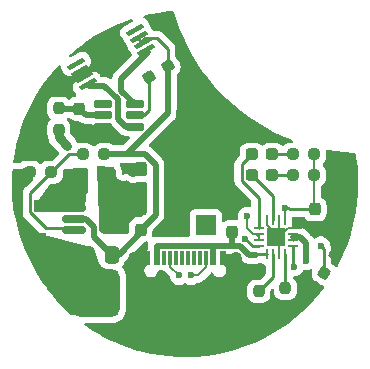
<source format=gbr>
%TF.GenerationSoftware,KiCad,Pcbnew,9.0.6*%
%TF.CreationDate,2026-01-04T02:45:31-08:00*%
%TF.ProjectId,flashlight adapter,666c6173-686c-4696-9768-742061646170,rev?*%
%TF.SameCoordinates,Original*%
%TF.FileFunction,Copper,L1,Top*%
%TF.FilePolarity,Positive*%
%FSLAX46Y46*%
G04 Gerber Fmt 4.6, Leading zero omitted, Abs format (unit mm)*
G04 Created by KiCad (PCBNEW 9.0.6) date 2026-01-04 02:45:31*
%MOMM*%
%LPD*%
G01*
G04 APERTURE LIST*
G04 Aperture macros list*
%AMRoundRect*
0 Rectangle with rounded corners*
0 $1 Rounding radius*
0 $2 $3 $4 $5 $6 $7 $8 $9 X,Y pos of 4 corners*
0 Add a 4 corners polygon primitive as box body*
4,1,4,$2,$3,$4,$5,$6,$7,$8,$9,$2,$3,0*
0 Add four circle primitives for the rounded corners*
1,1,$1+$1,$2,$3*
1,1,$1+$1,$4,$5*
1,1,$1+$1,$6,$7*
1,1,$1+$1,$8,$9*
0 Add four rect primitives between the rounded corners*
20,1,$1+$1,$2,$3,$4,$5,0*
20,1,$1+$1,$4,$5,$6,$7,0*
20,1,$1+$1,$6,$7,$8,$9,0*
20,1,$1+$1,$8,$9,$2,$3,0*%
G04 Aperture macros list end*
%TA.AperFunction,SMDPad,CuDef*%
%ADD10RoundRect,0.062500X0.375000X0.062500X-0.375000X0.062500X-0.375000X-0.062500X0.375000X-0.062500X0*%
%TD*%
%TA.AperFunction,SMDPad,CuDef*%
%ADD11RoundRect,0.062500X0.062500X0.375000X-0.062500X0.375000X-0.062500X-0.375000X0.062500X-0.375000X0*%
%TD*%
%TA.AperFunction,HeatsinkPad*%
%ADD12C,0.508000*%
%TD*%
%TA.AperFunction,HeatsinkPad*%
%ADD13R,1.600000X1.600000*%
%TD*%
%TA.AperFunction,SMDPad,CuDef*%
%ADD14RoundRect,0.050000X-0.557199X-0.494904X0.707199X0.235096X0.557199X0.494904X-0.707199X-0.235096X0*%
%TD*%
%TA.AperFunction,ComponentPad*%
%ADD15O,1.000000X1.800000*%
%TD*%
%TA.AperFunction,ComponentPad*%
%ADD16O,1.000000X2.100000*%
%TD*%
%TA.AperFunction,SMDPad,CuDef*%
%ADD17R,0.300000X1.150000*%
%TD*%
%TA.AperFunction,SMDPad,CuDef*%
%ADD18R,0.600000X1.150000*%
%TD*%
%TA.AperFunction,SMDPad,CuDef*%
%ADD19RoundRect,0.450000X1.838478X0.353553X0.353553X1.838478X-1.838478X-0.353553X-0.353553X-1.838478X0*%
%TD*%
%TA.AperFunction,SMDPad,CuDef*%
%ADD20RoundRect,0.237500X-0.287500X-0.237500X0.287500X-0.237500X0.287500X0.237500X-0.287500X0.237500X0*%
%TD*%
%TA.AperFunction,SMDPad,CuDef*%
%ADD21RoundRect,0.237500X-0.250000X-0.237500X0.250000X-0.237500X0.250000X0.237500X-0.250000X0.237500X0*%
%TD*%
%TA.AperFunction,SMDPad,CuDef*%
%ADD22RoundRect,0.162500X0.617500X0.162500X-0.617500X0.162500X-0.617500X-0.162500X0.617500X-0.162500X0*%
%TD*%
%TA.AperFunction,SMDPad,CuDef*%
%ADD23RoundRect,0.237500X-0.237500X0.300000X-0.237500X-0.300000X0.237500X-0.300000X0.237500X0.300000X0*%
%TD*%
%TA.AperFunction,SMDPad,CuDef*%
%ADD24RoundRect,0.237500X0.237500X-0.300000X0.237500X0.300000X-0.237500X0.300000X-0.237500X-0.300000X0*%
%TD*%
%TA.AperFunction,SMDPad,CuDef*%
%ADD25RoundRect,0.237500X-0.237500X0.250000X-0.237500X-0.250000X0.237500X-0.250000X0.237500X0.250000X0*%
%TD*%
%TA.AperFunction,SMDPad,CuDef*%
%ADD26RoundRect,0.237500X0.237500X-0.250000X0.237500X0.250000X-0.237500X0.250000X-0.237500X-0.250000X0*%
%TD*%
%TA.AperFunction,SMDPad,CuDef*%
%ADD27RoundRect,0.237500X0.080681X-0.335256X0.330681X0.097756X-0.080681X0.335256X-0.330681X-0.097756X0*%
%TD*%
%TA.AperFunction,SMDPad,CuDef*%
%ADD28RoundRect,0.237500X-0.097756X-0.330681X0.335256X-0.080681X0.097756X0.330681X-0.335256X0.080681X0*%
%TD*%
%TA.AperFunction,SMDPad,CuDef*%
%ADD29RoundRect,0.162500X-0.837500X-0.162500X0.837500X-0.162500X0.837500X0.162500X-0.837500X0.162500X0*%
%TD*%
%TA.AperFunction,SMDPad,CuDef*%
%ADD30RoundRect,0.250000X0.300000X-0.300000X0.300000X0.300000X-0.300000X0.300000X-0.300000X-0.300000X0*%
%TD*%
%TA.AperFunction,ComponentPad*%
%ADD31C,1.700000*%
%TD*%
%TA.AperFunction,ComponentPad*%
%ADD32R,1.700000X1.700000*%
%TD*%
%TA.AperFunction,SMDPad,CuDef*%
%ADD33RoundRect,0.250001X0.462499X0.849999X-0.462499X0.849999X-0.462499X-0.849999X0.462499X-0.849999X0*%
%TD*%
%TA.AperFunction,SMDPad,CuDef*%
%ADD34RoundRect,0.250000X-0.337500X-0.475000X0.337500X-0.475000X0.337500X0.475000X-0.337500X0.475000X0*%
%TD*%
%TA.AperFunction,SMDPad,CuDef*%
%ADD35RoundRect,0.600000X-1.400000X-1.400000X1.400000X-1.400000X1.400000X1.400000X-1.400000X1.400000X0*%
%TD*%
%TA.AperFunction,ViaPad*%
%ADD36C,0.600000*%
%TD*%
%TA.AperFunction,Conductor*%
%ADD37C,0.152400*%
%TD*%
%TA.AperFunction,Conductor*%
%ADD38C,0.200000*%
%TD*%
%TA.AperFunction,Conductor*%
%ADD39C,0.254000*%
%TD*%
%TA.AperFunction,Conductor*%
%ADD40C,0.508000*%
%TD*%
%TA.AperFunction,Conductor*%
%ADD41C,0.500000*%
%TD*%
%TA.AperFunction,Conductor*%
%ADD42C,0.762000*%
%TD*%
G04 APERTURE END LIST*
D10*
%TO.P,U1,1,TS*%
%TO.N,/TS*%
X154625000Y-98750000D03*
%TO.P,U1,2,BAT*%
%TO.N,/BAT*%
X154625000Y-98250000D03*
%TO.P,U1,3,BAT*%
X154625000Y-97750000D03*
%TO.P,U1,4,~{CE}*%
%TO.N,GND*%
X154625000Y-97250000D03*
D11*
%TO.P,U1,5,EN2*%
%TO.N,/EN2*%
X153937500Y-96562500D03*
%TO.P,U1,6,EN1*%
%TO.N,GND*%
X153437500Y-96562500D03*
%TO.P,U1,7,~{PGOOD}*%
%TO.N,Net-(D1-K)*%
X152937500Y-96562500D03*
%TO.P,U1,8,VSS*%
%TO.N,GND*%
X152437500Y-96562500D03*
D10*
%TO.P,U1,9,~{CHG}*%
%TO.N,Net-(D2-K)*%
X151750000Y-97250000D03*
%TO.P,U1,10,OUT*%
%TO.N,/EN2*%
X151750000Y-97750000D03*
%TO.P,U1,11,OUT*%
X151750000Y-98250000D03*
%TO.P,U1,12,ILIM*%
%TO.N,Net-(U1-ILIM)*%
X151750000Y-98750000D03*
D11*
%TO.P,U1,13,IN*%
%TO.N,/VBUS*%
X152437500Y-99437500D03*
%TO.P,U1,14,TMR*%
%TO.N,Net-(U1-TMR)*%
X152937500Y-99437500D03*
%TO.P,U1,15,ITERM*%
%TO.N,GND*%
X153437500Y-99437500D03*
%TO.P,U1,16,ISET*%
%TO.N,Net-(U1-ISET)*%
X153937500Y-99437500D03*
D12*
%TO.P,U1,17,VSS*%
%TO.N,GND*%
X153687500Y-98500000D03*
X153687500Y-97500000D03*
D13*
X153187500Y-98000000D03*
D12*
X152687500Y-98500000D03*
X152687500Y-97500000D03*
%TD*%
D14*
%TO.P,Q1,1*%
%TO.N,unconnected-(Q1-Pad1)*%
X136268347Y-83345625D03*
%TO.P,Q1,2*%
%TO.N,GND*%
X136593347Y-83908542D03*
%TO.P,Q1,3*%
X136918347Y-84471458D03*
%TO.P,Q1,4*%
%TO.N,Net-(U2-OD)*%
X137243347Y-85034375D03*
%TO.P,Q1,5*%
%TO.N,Net-(U2-OC)*%
X142231653Y-82154375D03*
%TO.P,Q1,6*%
%TO.N,/P-*%
X141906653Y-81591458D03*
%TO.P,Q1,7*%
X141581653Y-81028542D03*
%TO.P,Q1,8*%
%TO.N,unconnected-(Q1-Pad1)_1*%
X141256653Y-80465625D03*
%TD*%
D15*
%TO.P,J1,SH4,SHELL_GND__3*%
%TO.N,GND*%
X149820000Y-104500000D03*
%TO.P,J1,SH3,SHELL_GND__2*%
X141180000Y-104500000D03*
D16*
%TO.P,J1,SH2,SHELL_GND__1*%
X149820000Y-100320000D03*
%TO.P,J1,SH1,SHELL_GND*%
X141180000Y-100320000D03*
D17*
%TO.P,J1,B8,SBU2*%
%TO.N,unconnected-(J1-SBU2-PadB8)*%
X143750000Y-99745000D03*
%TO.P,J1,B7,DN2*%
%TO.N,unconnected-(J1-DN2-PadB7)*%
X144750000Y-99745000D03*
%TO.P,J1,B6,DP2*%
%TO.N,unconnected-(J1-DP2-PadB6)*%
X146250000Y-99745000D03*
%TO.P,J1,B5,CC2*%
%TO.N,Net-(J1-CC2)*%
X147250000Y-99745000D03*
D18*
%TO.P,J1,B4_A9,VBUS__1*%
%TO.N,/VBUS*%
X147900000Y-99745000D03*
%TO.P,J1,B1_A12,GND__1*%
%TO.N,GND*%
X148700000Y-99745000D03*
D17*
%TO.P,J1,A8,SBU1*%
%TO.N,unconnected-(J1-SBU1-PadA8)*%
X146750000Y-99745000D03*
%TO.P,J1,A7,DN1*%
%TO.N,unconnected-(J1-DN1-PadA7)*%
X145750000Y-99745000D03*
%TO.P,J1,A6,DP1*%
%TO.N,unconnected-(J1-DP1-PadA6)*%
X145250000Y-99745000D03*
%TO.P,J1,A5,CC1*%
%TO.N,Net-(J1-CC1)*%
X144250000Y-99745000D03*
D18*
%TO.P,J1,A4_B9,VBUS*%
%TO.N,/VBUS*%
X143100000Y-99745000D03*
%TO.P,J1,A1_B12,GND*%
%TO.N,GND*%
X142300000Y-99745000D03*
%TD*%
D19*
%TO.P,BT-1,1,1*%
%TO.N,GND*%
X147500000Y-88000000D03*
%TD*%
D20*
%TO.P,D2,2,A*%
%TO.N,Net-(D2-A)*%
X152893750Y-91000000D03*
%TO.P,D2,1,K*%
%TO.N,Net-(D2-K)*%
X151143750Y-91000000D03*
%TD*%
%TO.P,D1,2,A*%
%TO.N,Net-(D1-A)*%
X152893750Y-92750000D03*
%TO.P,D1,1,K*%
%TO.N,Net-(D1-K)*%
X151143750Y-92750000D03*
%TD*%
D21*
%TO.P,R7,2*%
%TO.N,/EN2*%
X156431250Y-91000000D03*
%TO.P,R7,1*%
%TO.N,Net-(D2-A)*%
X154606250Y-91000000D03*
%TD*%
%TO.P,R6,1*%
%TO.N,Net-(D1-A)*%
X154606250Y-92750000D03*
%TO.P,R6,2*%
%TO.N,/EN2*%
X156431250Y-92750000D03*
%TD*%
D22*
%TO.P,U2,1,OD*%
%TO.N,Net-(U2-OD)*%
X141250000Y-88650000D03*
%TO.P,U2,2,CS*%
%TO.N,Net-(U2-CS)*%
X141250000Y-87700000D03*
%TO.P,U2,3,OC*%
%TO.N,Net-(U2-OC)*%
X141250000Y-86750000D03*
%TO.P,U2,4,TD*%
%TO.N,unconnected-(U2-TD-Pad4)*%
X138550000Y-86750000D03*
%TO.P,U2,5,VCC*%
%TO.N,Net-(U2-VCC)*%
X138550000Y-87700000D03*
%TO.P,U2,6,GND*%
%TO.N,GND*%
X138550000Y-88650000D03*
%TD*%
D21*
%TO.P,R11,1*%
%TO.N,Net-(U3-FB)*%
X136837500Y-91000000D03*
%TO.P,R11,2*%
%TO.N,/P-*%
X138662500Y-91000000D03*
%TD*%
%TO.P,R10,1*%
%TO.N,Net-(D3-K)*%
X132337500Y-92500000D03*
%TO.P,R10,2*%
%TO.N,Net-(U3-FB)*%
X134162500Y-92500000D03*
%TD*%
D23*
%TO.P,C4,2*%
%TO.N,GND*%
X136540000Y-88862500D03*
%TO.P,C4,1*%
%TO.N,Net-(U2-VCC)*%
X136540000Y-87137500D03*
%TD*%
D24*
%TO.P,C1,2*%
%TO.N,GND*%
X141750000Y-92137500D03*
%TO.P,C1,1*%
%TO.N,/BAT*%
X141750000Y-93862500D03*
%TD*%
%TO.P,C2,2*%
%TO.N,GND*%
X149500000Y-95887500D03*
%TO.P,C2,1*%
%TO.N,/VBUS*%
X149500000Y-97612500D03*
%TD*%
D23*
%TO.P,C3,2*%
%TO.N,GND*%
X156500000Y-97362500D03*
%TO.P,C3,1*%
%TO.N,/EN2*%
X156500000Y-95637500D03*
%TD*%
%TO.P,C5,2*%
%TO.N,/P-*%
X141750000Y-97362500D03*
%TO.P,C5,1*%
%TO.N,/BAT*%
X141750000Y-95637500D03*
%TD*%
D25*
%TO.P,R4,2*%
%TO.N,GND*%
X154000000Y-104162500D03*
%TO.P,R4,1*%
%TO.N,Net-(U1-ISET)*%
X154000000Y-102337500D03*
%TD*%
%TO.P,R2,2*%
%TO.N,GND*%
X151750000Y-104412500D03*
%TO.P,R2,1*%
%TO.N,Net-(U1-TMR)*%
X151750000Y-102587500D03*
%TD*%
D26*
%TO.P,R8,2*%
%TO.N,Net-(U2-VCC)*%
X134790000Y-87087500D03*
%TO.P,R8,1*%
%TO.N,/BAT*%
X134790000Y-88912500D03*
%TD*%
D27*
%TO.P,R3,2*%
%TO.N,GND*%
X158206250Y-99459752D03*
%TO.P,R3,1*%
%TO.N,Net-(U1-ILIM)*%
X157293750Y-101040248D03*
%TD*%
D28*
%TO.P,R9,2*%
%TO.N,/P-*%
X144040249Y-83543750D03*
%TO.P,R9,1*%
%TO.N,Net-(U2-CS)*%
X142459751Y-84456250D03*
%TD*%
D29*
%TO.P,U3,5,VIN*%
%TO.N,/BAT*%
X139500000Y-95500000D03*
%TO.P,U3,4,EN*%
X139500000Y-97400000D03*
%TO.P,U3,3,FB*%
%TO.N,Net-(U3-FB)*%
X136080000Y-97400000D03*
%TO.P,U3,2,GND*%
%TO.N,/P-*%
X136080000Y-96450000D03*
%TO.P,U3,1,SW*%
%TO.N,Net-(D3-A)*%
X136080000Y-95500000D03*
%TD*%
D30*
%TO.P,D3,1,K*%
%TO.N,Net-(D3-K)*%
X133250000Y-98149999D03*
%TO.P,D3,2,A*%
%TO.N,Net-(D3-A)*%
X133250000Y-95350001D03*
%TD*%
D31*
%TO.P,TH1,2*%
%TO.N,GND*%
X144710000Y-97000000D03*
D32*
%TO.P,TH1,1*%
%TO.N,/TS*%
X147250000Y-97000000D03*
%TD*%
D33*
%TO.P,L1,1,1*%
%TO.N,/BAT*%
X138912500Y-93250000D03*
%TO.P,L1,2,2*%
%TO.N,Net-(D3-A)*%
X136587500Y-93250000D03*
%TD*%
D34*
%TO.P,C6,1*%
%TO.N,Net-(D3-K)*%
X137212500Y-99500000D03*
%TO.P,C6,2*%
%TO.N,/P-*%
X139287500Y-99500000D03*
%TD*%
D35*
%TO.P,9V+1,1,1*%
%TO.N,Net-(D3-K)*%
X138000000Y-102750000D03*
%TD*%
D36*
%TO.N,GND*%
X158700000Y-95100000D03*
X158800000Y-93500000D03*
X158700000Y-91900000D03*
X142900000Y-90200000D03*
X140600000Y-92100000D03*
X138800000Y-89600000D03*
X138000000Y-89600000D03*
X135500000Y-84750000D03*
X145000000Y-87500000D03*
X145500000Y-87000000D03*
X146000000Y-86500000D03*
X146500000Y-86000000D03*
X147000000Y-85500000D03*
X148750000Y-89750000D03*
X149250000Y-89250000D03*
X149750000Y-88750000D03*
X152860000Y-105000000D03*
X152860000Y-104180000D03*
X158750000Y-98500000D03*
X146100000Y-106250000D03*
X143700000Y-106250000D03*
X142500000Y-106250000D03*
X144900000Y-106250000D03*
X147300000Y-106250000D03*
X148500000Y-106250000D03*
X147500000Y-95300000D03*
X146750000Y-95300000D03*
X146000000Y-95300000D03*
X145250000Y-95300000D03*
X144500000Y-95300000D03*
X133250000Y-89250000D03*
X132250000Y-89250000D03*
X132250000Y-90250000D03*
X133250000Y-90250000D03*
%TO.N,/TS*%
X154750000Y-100500000D03*
%TO.N,/BAT*%
X155750000Y-100000000D03*
X140000000Y-96500000D03*
X135500000Y-90250000D03*
X140500000Y-94250000D03*
X140500000Y-93500000D03*
%TO.N,Net-(U1-ILIM)*%
X150596002Y-98133876D03*
X157000000Y-98750000D03*
%TO.N,/EN2*%
X153937500Y-95500000D03*
X150750000Y-96250000D03*
%TO.N,Net-(J1-CC2)*%
X146000000Y-101250000D03*
%TO.N,Net-(J1-CC1)*%
X145000000Y-101250000D03*
%TD*%
D37*
%TO.N,GND*%
X153437500Y-97750000D02*
X153187500Y-98000000D01*
X153437500Y-96562500D02*
X153437500Y-97750000D01*
X153437500Y-98250000D02*
X153187500Y-98000000D01*
X153437500Y-99437500D02*
X153437500Y-98250000D01*
D38*
%TO.N,/EN2*%
X156431250Y-95568750D02*
X156500000Y-95637500D01*
X156431250Y-92750000D02*
X156431250Y-95568750D01*
D39*
X154387500Y-95637500D02*
X156500000Y-95637500D01*
X154250000Y-95500000D02*
X154387500Y-95637500D01*
X153937500Y-95500000D02*
X154250000Y-95500000D01*
D38*
X153937500Y-95500000D02*
X153937500Y-96562500D01*
D37*
%TO.N,GND*%
X154625000Y-96375000D02*
X154625000Y-97250000D01*
X154675000Y-97200000D02*
X155300000Y-97200000D01*
X154625000Y-97250000D02*
X154675000Y-97200000D01*
X155250000Y-97250000D02*
X155300000Y-97200000D01*
X155050000Y-96850000D02*
X155100000Y-96800000D01*
X155300000Y-97200000D02*
X155400000Y-97100000D01*
X154625000Y-97250000D02*
X155250000Y-97250000D01*
X154650000Y-97250000D02*
X155050000Y-96850000D01*
X154625000Y-97250000D02*
X154650000Y-97250000D01*
X154187501Y-97250000D02*
X153437501Y-98000000D01*
X153437501Y-98000000D02*
X153187500Y-98000000D01*
X154625000Y-97250000D02*
X154187501Y-97250000D01*
X153187500Y-97749999D02*
X153187500Y-98000000D01*
X152437500Y-96999999D02*
X153187500Y-97749999D01*
X152437500Y-96562500D02*
X152437500Y-96999999D01*
D39*
%TO.N,/TS*%
X154625000Y-100375000D02*
X154750000Y-100500000D01*
X154625000Y-98750000D02*
X154625000Y-100375000D01*
D40*
%TO.N,/BAT*%
X155750000Y-98524308D02*
X155750000Y-100000000D01*
X155225692Y-98000000D02*
X155750000Y-98524308D01*
X154625000Y-98000000D02*
X155225692Y-98000000D01*
D39*
X154625000Y-98000000D02*
X154625000Y-97750000D01*
%TO.N,Net-(U1-ILIM)*%
X157250000Y-99000000D02*
X157250000Y-100662500D01*
X157000000Y-98750000D02*
X157250000Y-99000000D01*
X157250000Y-100662500D02*
X157000000Y-100912500D01*
%TO.N,/BAT*%
X154625000Y-98250000D02*
X154625000Y-98000000D01*
D40*
%TO.N,/P-*%
X143000000Y-91864076D02*
X143000000Y-96112500D01*
X142135924Y-91000000D02*
X143000000Y-91864076D01*
X143000000Y-96112500D02*
X141750000Y-97362500D01*
X140000000Y-91000000D02*
X142135924Y-91000000D01*
X140000000Y-91000000D02*
X138662500Y-91000000D01*
X144040249Y-87517531D02*
X140557780Y-91000000D01*
X144040249Y-83543750D02*
X144040249Y-87517531D01*
X140557780Y-91000000D02*
X140000000Y-91000000D01*
D41*
X139287500Y-99500000D02*
X139887500Y-99500000D01*
X139887500Y-99500000D02*
X141887500Y-97500000D01*
D42*
%TO.N,/BAT*%
X134790000Y-89540000D02*
X135500000Y-90250000D01*
X134790000Y-88912500D02*
X134790000Y-89540000D01*
D40*
%TO.N,Net-(U2-VCC)*%
X134840000Y-87137500D02*
X134790000Y-87087500D01*
X136540000Y-87137500D02*
X134840000Y-87137500D01*
X137102500Y-87700000D02*
X136540000Y-87137500D01*
X138550000Y-87700000D02*
X137102500Y-87700000D01*
D39*
%TO.N,Net-(U1-ILIM)*%
X151212126Y-98750000D02*
X151750000Y-98750000D01*
X150596002Y-98133876D02*
X151212126Y-98750000D01*
D38*
%TO.N,/EN2*%
X151500000Y-97750000D02*
X151750000Y-98000000D01*
X151250000Y-97750000D02*
X151500000Y-97750000D01*
X150750000Y-97250000D02*
X151250000Y-97750000D01*
X150750000Y-96250000D02*
X150750000Y-97250000D01*
X151750000Y-98000000D02*
X151750000Y-98250000D01*
D40*
%TO.N,/VBUS*%
X149500000Y-98715000D02*
X147945000Y-98715000D01*
D39*
%TO.N,Net-(D2-K)*%
X150290750Y-91853000D02*
X151143750Y-91000000D01*
X151750000Y-94687570D02*
X150290750Y-93228320D01*
X151750000Y-97250000D02*
X151750000Y-94687570D01*
X150290750Y-93228320D02*
X150290750Y-91853000D01*
%TO.N,Net-(D1-K)*%
X152937500Y-94543750D02*
X151143750Y-92750000D01*
X152937500Y-96562500D02*
X152937500Y-94543750D01*
%TO.N,Net-(U2-CS)*%
X142459751Y-87270248D02*
X142029999Y-87700000D01*
X142029999Y-87700000D02*
X141250000Y-87700000D01*
X142459751Y-84456250D02*
X142459751Y-87270248D01*
%TO.N,/P-*%
X142096071Y-81153929D02*
X141782598Y-81467402D01*
X143153929Y-81153929D02*
X142096071Y-81153929D01*
X144040249Y-83543750D02*
X144040249Y-82040249D01*
X144040249Y-82040249D02*
X143153929Y-81153929D01*
X141581654Y-81266459D02*
X141782598Y-81467402D01*
D40*
%TO.N,Net-(U2-OC)*%
X141250000Y-86750000D02*
X140092580Y-85592580D01*
X140092580Y-85592580D02*
X140092580Y-84592580D01*
X140092580Y-84592580D02*
X142381219Y-82303941D01*
%TO.N,Net-(U2-OD)*%
X138641721Y-85183941D02*
X137392912Y-85183941D01*
X139785000Y-86327220D02*
X138641721Y-85183941D01*
X139785000Y-87964999D02*
X139785000Y-86327220D01*
X140470001Y-88650000D02*
X139785000Y-87964999D01*
X141250000Y-88650000D02*
X140470001Y-88650000D01*
D39*
%TO.N,/P-*%
X141782598Y-81467402D02*
X141906653Y-81591458D01*
X141581654Y-81028542D02*
X141581654Y-81266459D01*
D40*
%TO.N,/VBUS*%
X143100000Y-98760000D02*
X143100000Y-99745000D01*
X143145000Y-98715000D02*
X143100000Y-98760000D01*
X147945000Y-98715000D02*
X143145000Y-98715000D01*
D38*
%TO.N,Net-(J1-CC2)*%
X146572000Y-101250000D02*
X146000000Y-101250000D01*
X147250000Y-100572000D02*
X146572000Y-101250000D01*
X147250000Y-99745000D02*
X147250000Y-100572000D01*
%TO.N,Net-(J1-CC1)*%
X144250000Y-100500000D02*
X145000000Y-101250000D01*
X144250000Y-99745000D02*
X144250000Y-100500000D01*
D39*
%TO.N,Net-(D2-A)*%
X154606250Y-91000000D02*
X152893750Y-91000000D01*
%TO.N,Net-(D1-A)*%
X154606250Y-92750000D02*
X152893750Y-92750000D01*
D38*
%TO.N,/EN2*%
X156431250Y-92750000D02*
X156431250Y-91000000D01*
X151750000Y-97750000D02*
X151750000Y-98000000D01*
D39*
%TO.N,Net-(U1-ISET)*%
X154000000Y-99500000D02*
X153937500Y-99437500D01*
X154000000Y-102337500D02*
X154000000Y-99500000D01*
%TO.N,Net-(U1-TMR)*%
X151750000Y-102587500D02*
X152937500Y-101400000D01*
X152937500Y-101400000D02*
X152937500Y-99437500D01*
%TO.N,GND*%
X136593347Y-84146459D02*
X136918346Y-84471458D01*
X136593347Y-83908542D02*
X136593347Y-84146459D01*
D40*
%TO.N,/VBUS*%
X147900000Y-98760000D02*
X147900000Y-99745000D01*
X147945000Y-98715000D02*
X147900000Y-98760000D01*
X150900574Y-99500000D02*
X150115574Y-98715000D01*
X150115574Y-98715000D02*
X149500000Y-98715000D01*
X151500000Y-99500000D02*
X150900574Y-99500000D01*
D39*
X151562500Y-99437500D02*
X151500000Y-99500000D01*
X152437500Y-99437500D02*
X151562500Y-99437500D01*
D40*
%TO.N,Net-(D3-K)*%
X138000000Y-100287500D02*
X137212500Y-99500000D01*
X138000000Y-102750000D02*
X138000000Y-100287500D01*
D39*
%TO.N,Net-(U3-FB)*%
X135662500Y-91000000D02*
X134162500Y-92500000D01*
X136837500Y-91000000D02*
X135662500Y-91000000D01*
X135930000Y-97250000D02*
X136080000Y-97400000D01*
X132372000Y-95896343D02*
X133725657Y-97250000D01*
X133725657Y-97250000D02*
X135930000Y-97250000D01*
X132372000Y-94290500D02*
X132372000Y-95896343D01*
X134162500Y-92500000D02*
X132372000Y-94290500D01*
D40*
%TO.N,Net-(D3-K)*%
X131500000Y-96399999D02*
X133250000Y-98149999D01*
X131500000Y-93337500D02*
X131500000Y-96399999D01*
X132337500Y-92500000D02*
X131500000Y-93337500D01*
X134600001Y-99500000D02*
X133250000Y-98149999D01*
X137212500Y-99500000D02*
X134600001Y-99500000D01*
D41*
%TO.N,/P-*%
X137799000Y-97169001D02*
X137799000Y-98011500D01*
X137079999Y-96450000D02*
X137799000Y-97169001D01*
X137799000Y-98011500D02*
X139287500Y-99500000D01*
X136080000Y-96450000D02*
X137079999Y-96450000D01*
%TO.N,Net-(D3-A)*%
X135979999Y-95600001D02*
X136080000Y-95500000D01*
X133500000Y-95600001D02*
X135979999Y-95600001D01*
X136587500Y-93250000D02*
X136587500Y-94992500D01*
X136587500Y-94992500D02*
X136080000Y-95500000D01*
%TO.N,/BAT*%
X138500000Y-95500000D02*
X138500000Y-93837500D01*
X138500000Y-95500000D02*
X138500000Y-97400000D01*
D40*
%TO.N,/VBUS*%
X149500000Y-98715000D02*
X149500000Y-97612500D01*
%TD*%
%TA.AperFunction,Conductor*%
%TO.N,/BAT*%
G36*
X139413833Y-92078546D02*
G01*
X139479678Y-92101919D01*
X139520682Y-92152938D01*
X139545030Y-92208973D01*
X139590947Y-92283416D01*
X139603113Y-92309506D01*
X139613470Y-92340762D01*
X139619121Y-92367151D01*
X139619357Y-92369459D01*
X139620000Y-92382073D01*
X139620000Y-92607205D01*
X139620182Y-92620787D01*
X139620360Y-92627412D01*
X139620901Y-92640900D01*
X139648969Y-92782013D01*
X139648973Y-92782028D01*
X139671850Y-92846878D01*
X139672164Y-92847792D01*
X139672211Y-92847904D01*
X139672216Y-92847913D01*
X139737121Y-92971995D01*
X139738907Y-92975408D01*
X139837534Y-93077620D01*
X139838811Y-93078943D01*
X139838815Y-93078946D01*
X139893306Y-93121277D01*
X139893918Y-93121759D01*
X139893989Y-93121808D01*
X139893993Y-93121810D01*
X140019023Y-93193006D01*
X140159048Y-93226093D01*
X140228640Y-93232320D01*
X140372309Y-93224619D01*
X140458960Y-93207383D01*
X140483151Y-93205000D01*
X140516842Y-93205000D01*
X140541027Y-93207381D01*
X140574079Y-93213956D01*
X140597325Y-93221006D01*
X140628458Y-93233902D01*
X140649883Y-93245354D01*
X140692913Y-93274106D01*
X140702702Y-93281369D01*
X140717373Y-93293418D01*
X140729608Y-93302502D01*
X140757070Y-93322891D01*
X140840120Y-93362697D01*
X140886813Y-93385077D01*
X140886821Y-93385079D01*
X140886827Y-93385082D01*
X140953471Y-93406001D01*
X140953474Y-93406001D01*
X140953476Y-93406002D01*
X140953480Y-93406003D01*
X141095492Y-93429117D01*
X141238263Y-93411285D01*
X141305656Y-93392847D01*
X141305661Y-93392846D01*
X141367143Y-93366133D01*
X141368347Y-93365641D01*
X141368695Y-93365604D01*
X141376293Y-93362702D01*
X141455814Y-93336350D01*
X141482337Y-93330688D01*
X141482929Y-93330627D01*
X141495387Y-93330000D01*
X142004602Y-93330000D01*
X142007625Y-93330037D01*
X142012429Y-93330154D01*
X142057523Y-93334761D01*
X142121117Y-93332804D01*
X142124523Y-93332888D01*
X142154670Y-93342544D01*
X142185299Y-93350523D01*
X142187695Y-93353122D01*
X142191063Y-93354201D01*
X142211200Y-93378619D01*
X142232657Y-93401894D01*
X142233551Y-93405721D01*
X142235517Y-93408105D01*
X142236977Y-93420382D01*
X142245500Y-93456851D01*
X142245500Y-95748612D01*
X142225815Y-95815651D01*
X142209181Y-95836293D01*
X141757292Y-96288181D01*
X141695969Y-96321666D01*
X141669612Y-96324500D01*
X141463331Y-96324500D01*
X141463312Y-96324501D01*
X141362247Y-96334825D01*
X141198484Y-96389092D01*
X141198481Y-96389093D01*
X141051648Y-96479661D01*
X140929661Y-96601648D01*
X140839093Y-96748481D01*
X140839092Y-96748484D01*
X140784826Y-96912247D01*
X140784826Y-96912248D01*
X140784825Y-96912248D01*
X140774500Y-97013315D01*
X140774500Y-97500269D01*
X140765855Y-97529709D01*
X140759332Y-97559696D01*
X140755577Y-97564711D01*
X140754815Y-97567308D01*
X140738181Y-97587950D01*
X140612450Y-97713681D01*
X140551127Y-97747166D01*
X140524769Y-97750000D01*
X140500000Y-97750000D01*
X138673500Y-97750000D01*
X138606461Y-97730315D01*
X138560706Y-97677511D01*
X138549500Y-97626000D01*
X138549500Y-97095080D01*
X138520659Y-96950093D01*
X138520658Y-96950092D01*
X138520658Y-96950088D01*
X138514587Y-96935432D01*
X138464086Y-96813509D01*
X138417054Y-96743120D01*
X138393543Y-96707933D01*
X138381952Y-96690585D01*
X138238032Y-96546665D01*
X138236916Y-96545489D01*
X138221692Y-96515786D01*
X138205695Y-96486490D01*
X138205359Y-96483920D01*
X138205047Y-96483311D01*
X138205146Y-96482291D01*
X138202989Y-96465763D01*
X138199504Y-96389092D01*
X138006229Y-92137047D01*
X138022849Y-92069184D01*
X138073521Y-92021079D01*
X138136975Y-92007609D01*
X139413833Y-92078546D01*
G37*
%TD.AperFunction*%
%TD*%
%TA.AperFunction,Conductor*%
%TO.N,GND*%
G36*
X142272642Y-98359100D02*
G01*
X142296590Y-98358276D01*
X142306563Y-98364211D01*
X142318038Y-98365940D01*
X142336039Y-98381752D01*
X142356632Y-98394007D01*
X142361813Y-98404391D01*
X142370532Y-98412050D01*
X142377127Y-98435086D01*
X142387825Y-98456527D01*
X142386575Y-98468083D01*
X142389764Y-98479221D01*
X142384506Y-98514121D01*
X142382710Y-98520085D01*
X142374495Y-98539920D01*
X142371280Y-98556083D01*
X142370118Y-98561921D01*
X142370116Y-98561930D01*
X142345499Y-98685685D01*
X142345499Y-98840425D01*
X142345500Y-98840446D01*
X142345500Y-98933995D01*
X142337682Y-98977328D01*
X142305908Y-99062517D01*
X142299501Y-99122116D01*
X142299500Y-99122135D01*
X142299500Y-100265443D01*
X142279815Y-100332482D01*
X142261278Y-100352634D01*
X142262382Y-100353738D01*
X142149485Y-100466635D01*
X142073719Y-100597863D01*
X142034500Y-100744234D01*
X142034500Y-100895765D01*
X142073719Y-101042136D01*
X142091679Y-101073243D01*
X142149485Y-101173365D01*
X142256635Y-101280515D01*
X142387865Y-101356281D01*
X142534234Y-101395500D01*
X142534236Y-101395500D01*
X142685764Y-101395500D01*
X142685766Y-101395500D01*
X142832135Y-101356281D01*
X142963365Y-101280515D01*
X143070515Y-101173365D01*
X143146281Y-101042135D01*
X143181041Y-100912404D01*
X143194771Y-100889879D01*
X143205138Y-100865621D01*
X143212669Y-100860515D01*
X143217406Y-100852745D01*
X143241136Y-100841217D01*
X143262972Y-100826415D01*
X143275707Y-100824424D01*
X143280253Y-100822216D01*
X143297773Y-100820536D01*
X143299280Y-100820499D01*
X143447872Y-100820499D01*
X143491846Y-100815771D01*
X143496958Y-100815646D01*
X143499481Y-100816320D01*
X143513252Y-100816320D01*
X143552127Y-100820500D01*
X143671332Y-100820499D01*
X143738371Y-100840183D01*
X143763448Y-100863253D01*
X143763733Y-100862969D01*
X143888349Y-100987585D01*
X143888355Y-100987590D01*
X144165425Y-101264660D01*
X144198910Y-101325983D01*
X144199361Y-101328149D01*
X144230261Y-101483491D01*
X144230264Y-101483501D01*
X144290602Y-101629172D01*
X144290609Y-101629185D01*
X144378210Y-101760288D01*
X144378213Y-101760292D01*
X144489707Y-101871786D01*
X144489711Y-101871789D01*
X144620814Y-101959390D01*
X144620827Y-101959397D01*
X144766498Y-102019735D01*
X144766503Y-102019737D01*
X144921153Y-102050499D01*
X144921156Y-102050500D01*
X144921158Y-102050500D01*
X145078844Y-102050500D01*
X145078845Y-102050499D01*
X145233497Y-102019737D01*
X145379179Y-101959394D01*
X145431110Y-101924694D01*
X145497785Y-101903816D01*
X145565165Y-101922300D01*
X145568863Y-101924676D01*
X145620821Y-101959394D01*
X145620823Y-101959395D01*
X145620825Y-101959396D01*
X145766498Y-102019735D01*
X145766503Y-102019737D01*
X145921153Y-102050499D01*
X145921156Y-102050500D01*
X145921158Y-102050500D01*
X146078844Y-102050500D01*
X146078845Y-102050499D01*
X146233497Y-102019737D01*
X146379179Y-101959394D01*
X146462357Y-101903816D01*
X146510873Y-101871399D01*
X146577550Y-101850521D01*
X146579764Y-101850501D01*
X146651054Y-101850501D01*
X146651057Y-101850501D01*
X146803785Y-101809577D01*
X146867926Y-101772545D01*
X146940716Y-101730520D01*
X147052520Y-101618716D01*
X147052520Y-101618714D01*
X147062724Y-101608511D01*
X147062727Y-101608506D01*
X147657235Y-101014000D01*
X147718557Y-100980516D01*
X147788249Y-100985500D01*
X147844182Y-101027372D01*
X147852302Y-101039681D01*
X147870363Y-101070963D01*
X147929485Y-101173365D01*
X148036635Y-101280515D01*
X148167865Y-101356281D01*
X148314234Y-101395500D01*
X148314236Y-101395500D01*
X148465764Y-101395500D01*
X148465766Y-101395500D01*
X148612135Y-101356281D01*
X148743365Y-101280515D01*
X148850515Y-101173365D01*
X148926281Y-101042135D01*
X148965500Y-100895766D01*
X148965500Y-100744234D01*
X148926281Y-100597865D01*
X148850515Y-100466635D01*
X148743365Y-100359485D01*
X148737618Y-100353738D01*
X148739947Y-100351408D01*
X148707805Y-100307378D01*
X148700499Y-100265443D01*
X148700499Y-99593500D01*
X148720184Y-99526461D01*
X148772988Y-99480706D01*
X148824499Y-99469500D01*
X149425688Y-99469500D01*
X149574312Y-99469500D01*
X149751687Y-99469500D01*
X149818726Y-99489185D01*
X149839368Y-99505819D01*
X150310174Y-99976624D01*
X150310195Y-99976647D01*
X150419605Y-100086057D01*
X150481895Y-100127678D01*
X150481900Y-100127680D01*
X150487293Y-100131284D01*
X150543185Y-100168630D01*
X150615431Y-100198555D01*
X150680494Y-100225505D01*
X150680496Y-100225505D01*
X150680498Y-100225506D01*
X150704678Y-100230315D01*
X150704684Y-100230316D01*
X150826260Y-100254501D01*
X150826262Y-100254501D01*
X150981000Y-100254501D01*
X150981020Y-100254500D01*
X151574313Y-100254500D01*
X151574314Y-100254499D01*
X151720080Y-100225505D01*
X151831126Y-100179507D01*
X151900593Y-100172039D01*
X151963072Y-100203314D01*
X151967649Y-100208349D01*
X151967713Y-100208286D01*
X151973457Y-100214029D01*
X151973460Y-100214032D01*
X151973464Y-100214036D01*
X152091071Y-100304279D01*
X152091074Y-100304280D01*
X152091075Y-100304281D01*
X152137189Y-100323382D01*
X152228028Y-100361009D01*
X152228030Y-100361009D01*
X152233452Y-100363255D01*
X152287856Y-100407095D01*
X152309921Y-100473390D01*
X152310000Y-100477816D01*
X152310000Y-101088718D01*
X152290315Y-101155757D01*
X152273681Y-101176399D01*
X151886898Y-101563181D01*
X151825575Y-101596666D01*
X151799217Y-101599500D01*
X151463331Y-101599500D01*
X151463312Y-101599501D01*
X151362247Y-101609825D01*
X151198484Y-101664092D01*
X151198481Y-101664093D01*
X151051648Y-101754661D01*
X150929661Y-101876648D01*
X150839093Y-102023481D01*
X150839092Y-102023484D01*
X150784826Y-102187247D01*
X150784826Y-102187248D01*
X150784825Y-102187248D01*
X150774500Y-102288315D01*
X150774500Y-102886669D01*
X150774501Y-102886687D01*
X150784825Y-102987752D01*
X150839092Y-103151515D01*
X150839093Y-103151518D01*
X150850703Y-103170340D01*
X150929660Y-103298350D01*
X151051650Y-103420340D01*
X151198484Y-103510908D01*
X151362247Y-103565174D01*
X151463323Y-103575500D01*
X152036676Y-103575499D01*
X152036684Y-103575498D01*
X152036687Y-103575498D01*
X152092030Y-103569844D01*
X152137753Y-103565174D01*
X152301516Y-103510908D01*
X152448350Y-103420340D01*
X152570340Y-103298350D01*
X152660908Y-103151516D01*
X152715174Y-102987753D01*
X152725500Y-102886677D01*
X152725499Y-102550779D01*
X152734145Y-102521333D01*
X152740667Y-102491353D01*
X152744419Y-102486339D01*
X152745183Y-102483741D01*
X152761813Y-102463104D01*
X152812821Y-102412096D01*
X152874142Y-102378613D01*
X152943834Y-102383597D01*
X152999767Y-102425469D01*
X153024184Y-102490933D01*
X153024500Y-102499778D01*
X153024500Y-102636668D01*
X153024501Y-102636687D01*
X153034825Y-102737752D01*
X153071109Y-102847249D01*
X153084174Y-102886676D01*
X153089092Y-102901515D01*
X153089093Y-102901518D01*
X153123395Y-102957129D01*
X153179660Y-103048350D01*
X153301650Y-103170340D01*
X153448484Y-103260908D01*
X153612247Y-103315174D01*
X153713323Y-103325500D01*
X154286676Y-103325499D01*
X154286684Y-103325498D01*
X154286687Y-103325498D01*
X154342030Y-103319844D01*
X154387753Y-103315174D01*
X154551516Y-103260908D01*
X154698350Y-103170340D01*
X154820340Y-103048350D01*
X154910908Y-102901516D01*
X154965174Y-102737753D01*
X154975500Y-102636677D01*
X154975499Y-102038324D01*
X154973600Y-102019738D01*
X154965174Y-101937247D01*
X154943354Y-101871399D01*
X154910908Y-101773484D01*
X154820340Y-101626650D01*
X154705871Y-101512181D01*
X154672386Y-101450858D01*
X154677370Y-101381166D01*
X154719242Y-101325233D01*
X154784706Y-101300816D01*
X154793552Y-101300500D01*
X154828844Y-101300500D01*
X154828845Y-101300499D01*
X154983497Y-101269737D01*
X155129179Y-101209394D01*
X155260289Y-101121789D01*
X155371789Y-101010289D01*
X155459394Y-100879179D01*
X155466677Y-100861593D01*
X155510514Y-100807190D01*
X155576807Y-100785122D01*
X155605431Y-100787426D01*
X155671155Y-100800500D01*
X155671158Y-100800500D01*
X155828844Y-100800500D01*
X155828845Y-100800499D01*
X155983497Y-100769737D01*
X156106167Y-100718925D01*
X156175633Y-100711457D01*
X156238113Y-100742732D01*
X156273765Y-100802821D01*
X156271272Y-100872646D01*
X156266750Y-100884251D01*
X156257757Y-100904291D01*
X156257757Y-100904292D01*
X156222872Y-101073243D01*
X156227889Y-101245691D01*
X156272540Y-101412334D01*
X156354421Y-101564188D01*
X156469103Y-101693057D01*
X156469107Y-101693061D01*
X156520979Y-101730518D01*
X156551480Y-101752543D01*
X157048019Y-102039218D01*
X157073161Y-102050500D01*
X157140711Y-102080813D01*
X157140713Y-102080813D01*
X157140717Y-102080815D01*
X157173634Y-102087611D01*
X157235306Y-102120444D01*
X157269438Y-102181409D01*
X157265192Y-102251150D01*
X157247077Y-102284349D01*
X156924672Y-102706169D01*
X156920642Y-102711167D01*
X156432886Y-103285124D01*
X156428604Y-103289907D01*
X155911770Y-103837878D01*
X155907245Y-103842433D01*
X155362752Y-104362909D01*
X155357998Y-104367223D01*
X154787307Y-104858811D01*
X154782336Y-104862874D01*
X154186951Y-105324279D01*
X154181776Y-105328079D01*
X153563319Y-105758040D01*
X153557955Y-105761567D01*
X152918068Y-106158947D01*
X152912528Y-106162192D01*
X152252922Y-106525926D01*
X152247221Y-106528879D01*
X151569692Y-106857975D01*
X151563847Y-106860630D01*
X150870173Y-107154227D01*
X150864198Y-107156575D01*
X150156273Y-107413871D01*
X150150184Y-107415907D01*
X149429904Y-107636213D01*
X149423718Y-107637932D01*
X148692958Y-107820674D01*
X148686692Y-107822069D01*
X147947497Y-107966735D01*
X147941167Y-107967805D01*
X147195444Y-108074023D01*
X147189066Y-108074763D01*
X146438873Y-108142240D01*
X146432466Y-108142650D01*
X145679757Y-108171209D01*
X145673338Y-108171286D01*
X144920181Y-108160849D01*
X144913766Y-108160594D01*
X144162144Y-108111188D01*
X144155751Y-108110601D01*
X143407705Y-108022362D01*
X143401350Y-108021445D01*
X142658879Y-107894607D01*
X142652581Y-107893363D01*
X141917647Y-107728261D01*
X141911422Y-107726692D01*
X141186036Y-107523780D01*
X141179900Y-107521891D01*
X140969099Y-107450970D01*
X140822942Y-107401797D01*
X140465985Y-107281704D01*
X140459955Y-107279500D01*
X139759430Y-107002686D01*
X139753522Y-107000173D01*
X139068244Y-106687464D01*
X139062491Y-106684656D01*
X138394339Y-106336910D01*
X138388724Y-106333801D01*
X137739450Y-105951929D01*
X137734002Y-105948532D01*
X137105370Y-105533572D01*
X137100106Y-105529898D01*
X137024699Y-105474313D01*
X136982416Y-105418690D01*
X136976917Y-105349037D01*
X137009949Y-105287469D01*
X137071023Y-105253532D01*
X137098275Y-105250500D01*
X139484027Y-105250500D01*
X139484038Y-105250500D01*
X139531245Y-105247688D01*
X139736612Y-105203013D01*
X139929813Y-105120279D01*
X140103865Y-105002477D01*
X140252477Y-104853865D01*
X140370279Y-104679813D01*
X140453013Y-104486612D01*
X140497688Y-104281245D01*
X140500500Y-104234038D01*
X140500500Y-101265962D01*
X140497688Y-101218755D01*
X140495652Y-101209397D01*
X140453015Y-101013397D01*
X140453012Y-101013386D01*
X140441965Y-100987590D01*
X140395541Y-100879179D01*
X140370281Y-100820191D01*
X140370280Y-100820189D01*
X140370279Y-100820187D01*
X140252477Y-100646135D01*
X140221536Y-100615194D01*
X140188051Y-100553871D01*
X140193035Y-100484179D01*
X140214695Y-100450474D01*
X140213234Y-100449319D01*
X140217705Y-100443662D01*
X140217712Y-100443656D01*
X140309814Y-100294334D01*
X140364999Y-100127797D01*
X140365514Y-100122756D01*
X140391908Y-100058064D01*
X140401182Y-100047684D01*
X142018505Y-98430360D01*
X142079826Y-98396877D01*
X142093578Y-98394685D01*
X142137753Y-98390174D01*
X142137756Y-98390172D01*
X142137760Y-98390172D01*
X142210886Y-98365940D01*
X142226762Y-98360678D01*
X142238358Y-98360279D01*
X142248948Y-98355530D01*
X142272642Y-98359100D01*
G37*
%TD.AperFunction*%
%TA.AperFunction,Conductor*%
G36*
X157562861Y-90608541D02*
G01*
X157586005Y-90612248D01*
X158258451Y-90719957D01*
X159049831Y-90808168D01*
X159831588Y-90857631D01*
X159897247Y-90881509D01*
X159939576Y-90937097D01*
X159945841Y-90959686D01*
X160007091Y-91304326D01*
X160008050Y-91310674D01*
X160101288Y-92058101D01*
X160101918Y-92064490D01*
X160156346Y-92815767D01*
X160156644Y-92822180D01*
X160172116Y-93575252D01*
X160172082Y-93581672D01*
X160148557Y-94334555D01*
X160148190Y-94340965D01*
X160085728Y-95091603D01*
X160085030Y-95097985D01*
X159983802Y-95844382D01*
X159982775Y-95850719D01*
X159843050Y-96590888D01*
X159841696Y-96597164D01*
X159663849Y-97329105D01*
X159662172Y-97335302D01*
X159446684Y-98057048D01*
X159444689Y-98063150D01*
X159192126Y-98772795D01*
X159189817Y-98778786D01*
X158900873Y-99474384D01*
X158898258Y-99480247D01*
X158573693Y-100159969D01*
X158570778Y-100165689D01*
X158408867Y-100464004D01*
X158359587Y-100513534D01*
X158291352Y-100528559D01*
X158225826Y-100504308D01*
X158207253Y-100487287D01*
X158118396Y-100387438D01*
X158118392Y-100387434D01*
X158036019Y-100327952D01*
X157939500Y-100272227D01*
X157891285Y-100221660D01*
X157877500Y-100164840D01*
X157877500Y-98938195D01*
X157860435Y-98852410D01*
X157858617Y-98843270D01*
X157853385Y-98816965D01*
X157808773Y-98709261D01*
X157807805Y-98706579D01*
X157807569Y-98702708D01*
X157801038Y-98676629D01*
X157800500Y-98671167D01*
X157800500Y-98671158D01*
X157795281Y-98644923D01*
X157769738Y-98516510D01*
X157769737Y-98516503D01*
X157758923Y-98490395D01*
X157709397Y-98370827D01*
X157709390Y-98370814D01*
X157621789Y-98239711D01*
X157621786Y-98239707D01*
X157510292Y-98128213D01*
X157510288Y-98128210D01*
X157379185Y-98040609D01*
X157379172Y-98040602D01*
X157233501Y-97980264D01*
X157233489Y-97980261D01*
X157078845Y-97949500D01*
X157078842Y-97949500D01*
X156921158Y-97949500D01*
X156921155Y-97949500D01*
X156766510Y-97980261D01*
X156766498Y-97980264D01*
X156620827Y-98040602D01*
X156620809Y-98040612D01*
X156525790Y-98104102D01*
X156459113Y-98124980D01*
X156391733Y-98106495D01*
X156365704Y-98085020D01*
X156359164Y-98077921D01*
X156336059Y-98043342D01*
X156230966Y-97938249D01*
X156230963Y-97938247D01*
X156105467Y-97812751D01*
X155706661Y-97413943D01*
X155706660Y-97413942D01*
X155583084Y-97331372D01*
X155583083Y-97331371D01*
X155583081Y-97331370D01*
X155583078Y-97331368D01*
X155583073Y-97331366D01*
X155492105Y-97293686D01*
X155492094Y-97293682D01*
X155487634Y-97291835D01*
X155445772Y-97274495D01*
X155420560Y-97269480D01*
X155413350Y-97268045D01*
X155413345Y-97268044D01*
X155394229Y-97264241D01*
X155342940Y-97241001D01*
X155283928Y-97195720D01*
X155146972Y-97138991D01*
X155146970Y-97138990D01*
X155036910Y-97124501D01*
X155036907Y-97124500D01*
X155036901Y-97124500D01*
X155036894Y-97124500D01*
X154709070Y-97124500D01*
X154698846Y-97124078D01*
X154691810Y-97123495D01*
X154686803Y-97122500D01*
X154679774Y-97122500D01*
X154674673Y-97122078D01*
X154646660Y-97111272D01*
X154617858Y-97102815D01*
X154614405Y-97098830D01*
X154609484Y-97096932D01*
X154591755Y-97072691D01*
X154572103Y-97050011D01*
X154571312Y-97044739D01*
X154568239Y-97040536D01*
X154566592Y-97013238D01*
X154561958Y-96982313D01*
X154562264Y-96979989D01*
X154563000Y-96974401D01*
X154562999Y-96388999D01*
X154582683Y-96321961D01*
X154635487Y-96276206D01*
X154686999Y-96265000D01*
X155528202Y-96265000D01*
X155595241Y-96284685D01*
X155633740Y-96323902D01*
X155679660Y-96398350D01*
X155801650Y-96520340D01*
X155948484Y-96610908D01*
X156112247Y-96665174D01*
X156213323Y-96675500D01*
X156786676Y-96675499D01*
X156786684Y-96675498D01*
X156786687Y-96675498D01*
X156842030Y-96669844D01*
X156887753Y-96665174D01*
X157051516Y-96610908D01*
X157198350Y-96520340D01*
X157320340Y-96398350D01*
X157410908Y-96251516D01*
X157465174Y-96087753D01*
X157475500Y-95986677D01*
X157475499Y-95288324D01*
X157465174Y-95187247D01*
X157410908Y-95023484D01*
X157320340Y-94876650D01*
X157198350Y-94754660D01*
X157198346Y-94754657D01*
X157090653Y-94688231D01*
X157043928Y-94636283D01*
X157031750Y-94582693D01*
X157031750Y-93707610D01*
X157051435Y-93640571D01*
X157090651Y-93602073D01*
X157142100Y-93570340D01*
X157264090Y-93448350D01*
X157354658Y-93301516D01*
X157408924Y-93137753D01*
X157419250Y-93036677D01*
X157419249Y-92463324D01*
X157408924Y-92362247D01*
X157354658Y-92198484D01*
X157264090Y-92051650D01*
X157175121Y-91962681D01*
X157141636Y-91901358D01*
X157146620Y-91831666D01*
X157175121Y-91787319D01*
X157211444Y-91750996D01*
X157264090Y-91698350D01*
X157354658Y-91551516D01*
X157408924Y-91387753D01*
X157419250Y-91286677D01*
X157419249Y-90730979D01*
X157438933Y-90663941D01*
X157491737Y-90618186D01*
X157560896Y-90608242D01*
X157562861Y-90608541D01*
G37*
%TD.AperFunction*%
%TA.AperFunction,Conductor*%
G36*
X153449846Y-97348816D02*
G01*
X153472982Y-97348923D01*
X153491020Y-97357261D01*
X153495627Y-97358206D01*
X153502194Y-97362426D01*
X153505019Y-97363732D01*
X153509107Y-97366385D01*
X153591071Y-97429279D01*
X153632284Y-97446350D01*
X153641830Y-97452547D01*
X153687341Y-97505561D01*
X153697250Y-97572738D01*
X153687000Y-97650597D01*
X153687000Y-97849403D01*
X153701489Y-97959468D01*
X153703594Y-97967322D01*
X153700314Y-97968200D01*
X153706081Y-98022073D01*
X153703017Y-98032522D01*
X153703595Y-98032677D01*
X153701490Y-98040529D01*
X153687000Y-98150598D01*
X153687000Y-98349403D01*
X153697250Y-98427263D01*
X153686483Y-98496298D01*
X153641830Y-98547452D01*
X153632281Y-98553650D01*
X153591071Y-98570721D01*
X153509115Y-98633607D01*
X153505019Y-98636267D01*
X153476030Y-98644923D01*
X153447817Y-98655831D01*
X153442890Y-98654820D01*
X153438070Y-98656260D01*
X153408997Y-98647868D01*
X153379372Y-98641792D01*
X153372382Y-98637299D01*
X153370941Y-98636884D01*
X153369922Y-98635719D01*
X153362014Y-98630637D01*
X153283929Y-98570721D01*
X153283926Y-98570719D01*
X153146972Y-98513991D01*
X153146970Y-98513990D01*
X153036901Y-98499500D01*
X152838098Y-98499500D01*
X152825453Y-98501165D01*
X152756418Y-98490395D01*
X152704165Y-98444012D01*
X152685284Y-98376742D01*
X152686336Y-98362039D01*
X152686723Y-98359100D01*
X152688000Y-98349401D01*
X152687999Y-98150600D01*
X152673509Y-98040528D01*
X152673508Y-98040525D01*
X152671405Y-98032674D01*
X152674707Y-98031789D01*
X152668892Y-97978075D01*
X152672001Y-97967485D01*
X152671405Y-97967326D01*
X152673508Y-97959475D01*
X152673508Y-97959474D01*
X152673509Y-97959472D01*
X152688000Y-97849401D01*
X152687999Y-97650600D01*
X152686335Y-97637959D01*
X152697101Y-97568925D01*
X152743481Y-97516669D01*
X152810749Y-97497784D01*
X152825459Y-97498836D01*
X152826445Y-97498965D01*
X152838099Y-97500500D01*
X153036900Y-97500499D01*
X153036903Y-97500499D01*
X153146963Y-97486011D01*
X153146967Y-97486009D01*
X153146972Y-97486009D01*
X153283929Y-97429279D01*
X153362015Y-97369360D01*
X153383593Y-97361019D01*
X153403113Y-97348601D01*
X153415566Y-97348658D01*
X153427182Y-97344168D01*
X153449846Y-97348816D01*
G37*
%TD.AperFunction*%
%TA.AperFunction,Conductor*%
G36*
X144475444Y-78888030D02*
G01*
X144524912Y-78937372D01*
X144534165Y-78958859D01*
X144776336Y-79709336D01*
X144776341Y-79709349D01*
X145056811Y-80454573D01*
X145056818Y-80454590D01*
X145056821Y-80454597D01*
X145372603Y-81185587D01*
X145645727Y-81743009D01*
X145722979Y-81900672D01*
X145722985Y-81900683D01*
X146107098Y-82598121D01*
X146107102Y-82598128D01*
X146107109Y-82598140D01*
X146275852Y-82872606D01*
X146524144Y-83276462D01*
X146632414Y-83435041D01*
X146973145Y-83934099D01*
X147443057Y-84556268D01*
X147453062Y-84569515D01*
X147962789Y-85181247D01*
X147962798Y-85181257D01*
X148501175Y-85767916D01*
X148501181Y-85767921D01*
X148501193Y-85767934D01*
X148827487Y-86091026D01*
X149067019Y-86328208D01*
X149067019Y-86328209D01*
X149658942Y-86860762D01*
X149658952Y-86860770D01*
X149658977Y-86860793D01*
X150275718Y-87364475D01*
X150915830Y-87838100D01*
X151577849Y-88280586D01*
X151577854Y-88280589D01*
X152260263Y-88690922D01*
X152260269Y-88690926D01*
X152865664Y-89016606D01*
X152961511Y-89068168D01*
X153679990Y-89411464D01*
X154414057Y-89720024D01*
X154589330Y-89784023D01*
X154645549Y-89825506D01*
X154670417Y-89890801D01*
X154656037Y-89959174D01*
X154606974Y-90008919D01*
X154546798Y-90024500D01*
X154307081Y-90024500D01*
X154307062Y-90024501D01*
X154205997Y-90034825D01*
X154042234Y-90089092D01*
X154042231Y-90089093D01*
X153895398Y-90179661D01*
X153856431Y-90218629D01*
X153795108Y-90252114D01*
X153725416Y-90247130D01*
X153681069Y-90218629D01*
X153642101Y-90179661D01*
X153642100Y-90179660D01*
X153514911Y-90101209D01*
X153495268Y-90089093D01*
X153495263Y-90089091D01*
X153493819Y-90088612D01*
X153331503Y-90034826D01*
X153331501Y-90034825D01*
X153230428Y-90024500D01*
X152557080Y-90024500D01*
X152557062Y-90024501D01*
X152455997Y-90034825D01*
X152292234Y-90089092D01*
X152292231Y-90089093D01*
X152145398Y-90179661D01*
X152106431Y-90218629D01*
X152045108Y-90252114D01*
X151975416Y-90247130D01*
X151931069Y-90218629D01*
X151892101Y-90179661D01*
X151892100Y-90179660D01*
X151764911Y-90101209D01*
X151745268Y-90089093D01*
X151745263Y-90089091D01*
X151743819Y-90088612D01*
X151581503Y-90034826D01*
X151581501Y-90034825D01*
X151480428Y-90024500D01*
X150807080Y-90024500D01*
X150807062Y-90024501D01*
X150705997Y-90034825D01*
X150542234Y-90089092D01*
X150542231Y-90089093D01*
X150395398Y-90179661D01*
X150273411Y-90301648D01*
X150182843Y-90448481D01*
X150182842Y-90448484D01*
X150128576Y-90612247D01*
X150128576Y-90612248D01*
X150128575Y-90612248D01*
X150118250Y-90713315D01*
X150118250Y-91086718D01*
X150098565Y-91153757D01*
X150081930Y-91174399D01*
X149890742Y-91365589D01*
X149868580Y-91387751D01*
X149803336Y-91452994D01*
X149803335Y-91452996D01*
X149734673Y-91555756D01*
X149734667Y-91555767D01*
X149722120Y-91586059D01*
X149687364Y-91669965D01*
X149687362Y-91669969D01*
X149670548Y-91754498D01*
X149670549Y-91754499D01*
X149663250Y-91791196D01*
X149663250Y-93290127D01*
X149687362Y-93411347D01*
X149687364Y-93411355D01*
X149715907Y-93480263D01*
X149734667Y-93525553D01*
X149770274Y-93578842D01*
X149773281Y-93583343D01*
X149773287Y-93583353D01*
X149803340Y-93628330D01*
X149803343Y-93628333D01*
X151086181Y-94911170D01*
X151119666Y-94972493D01*
X151122500Y-94998851D01*
X151122500Y-95356817D01*
X151102815Y-95423856D01*
X151050011Y-95469611D01*
X150980853Y-95479555D01*
X150974309Y-95478434D01*
X150828846Y-95449500D01*
X150828842Y-95449500D01*
X150671158Y-95449500D01*
X150671155Y-95449500D01*
X150516510Y-95480261D01*
X150516498Y-95480264D01*
X150370827Y-95540602D01*
X150370814Y-95540609D01*
X150239711Y-95628210D01*
X150239707Y-95628213D01*
X150128213Y-95739707D01*
X150128210Y-95739711D01*
X150040609Y-95870814D01*
X150040602Y-95870827D01*
X149980264Y-96016498D01*
X149980261Y-96016510D01*
X149949500Y-96171153D01*
X149949500Y-96328846D01*
X149970012Y-96431968D01*
X149963785Y-96501560D01*
X149920921Y-96556737D01*
X149855032Y-96579981D01*
X149835794Y-96579517D01*
X149786680Y-96574500D01*
X149213330Y-96574500D01*
X149213312Y-96574501D01*
X149112247Y-96584825D01*
X148948484Y-96639092D01*
X148948481Y-96639093D01*
X148801646Y-96729662D01*
X148801402Y-96729856D01*
X148801202Y-96729936D01*
X148795503Y-96733452D01*
X148794902Y-96732477D01*
X148736604Y-96755991D01*
X148667963Y-96742945D01*
X148617272Y-96694860D01*
X148600499Y-96632583D01*
X148600499Y-96102129D01*
X148600498Y-96102123D01*
X148600497Y-96102116D01*
X148594091Y-96042517D01*
X148592476Y-96038188D01*
X148543797Y-95907671D01*
X148543793Y-95907664D01*
X148457547Y-95792455D01*
X148457544Y-95792452D01*
X148342335Y-95706206D01*
X148342328Y-95706202D01*
X148207482Y-95655908D01*
X148207483Y-95655908D01*
X148147883Y-95649501D01*
X148147881Y-95649500D01*
X148147873Y-95649500D01*
X148147864Y-95649500D01*
X146352129Y-95649500D01*
X146352123Y-95649501D01*
X146292516Y-95655908D01*
X146157671Y-95706202D01*
X146157664Y-95706206D01*
X146042455Y-95792452D01*
X146042452Y-95792455D01*
X145956206Y-95907664D01*
X145956202Y-95907671D01*
X145905908Y-96042517D01*
X145901045Y-96087753D01*
X145899500Y-96102127D01*
X145899500Y-96982313D01*
X145899501Y-97836500D01*
X145879816Y-97903539D01*
X145827013Y-97949294D01*
X145775501Y-97960500D01*
X143225446Y-97960500D01*
X143225426Y-97960499D01*
X143219312Y-97960499D01*
X143070688Y-97960499D01*
X143070687Y-97960499D01*
X142964297Y-97981662D01*
X142964293Y-97981663D01*
X142957819Y-97982951D01*
X142924920Y-97989495D01*
X142886281Y-98005500D01*
X142881126Y-98007635D01*
X142881117Y-98007638D01*
X142864332Y-98014591D01*
X142794862Y-98022057D01*
X142732384Y-97990780D01*
X142696734Y-97930690D01*
X142699177Y-97861025D01*
X142715174Y-97812753D01*
X142725500Y-97711677D01*
X142725499Y-97505386D01*
X142745183Y-97438347D01*
X142761813Y-97417710D01*
X143586059Y-96593466D01*
X143668630Y-96469889D01*
X143718082Y-96350501D01*
X143725505Y-96332580D01*
X143732711Y-96296351D01*
X143754501Y-96186812D01*
X143754501Y-96038188D01*
X143754501Y-96033078D01*
X143754500Y-96033052D01*
X143754500Y-91944522D01*
X143754501Y-91944501D01*
X143754501Y-91789761D01*
X143725506Y-91644002D01*
X143725505Y-91644001D01*
X143725505Y-91643997D01*
X143716798Y-91622975D01*
X143668633Y-91506694D01*
X143668632Y-91506693D01*
X143668630Y-91506687D01*
X143586059Y-91383110D01*
X143586057Y-91383107D01*
X142616893Y-90413943D01*
X142616889Y-90413940D01*
X142499124Y-90335252D01*
X142454319Y-90281640D01*
X142445612Y-90212315D01*
X142475766Y-90149288D01*
X142480316Y-90144487D01*
X144521212Y-88103591D01*
X144521215Y-88103590D01*
X144626308Y-87998497D01*
X144681479Y-87915926D01*
X144708879Y-87874920D01*
X144765754Y-87737610D01*
X144775243Y-87689904D01*
X144794750Y-87591845D01*
X144794750Y-87438109D01*
X144794749Y-87438083D01*
X144794749Y-84296849D01*
X144814434Y-84229810D01*
X144846156Y-84196319D01*
X144869465Y-84179489D01*
X144984155Y-84050611D01*
X145066033Y-83898760D01*
X145110685Y-83732119D01*
X145115702Y-83559673D01*
X145115701Y-83559672D01*
X145115702Y-83559670D01*
X145090352Y-83436902D01*
X145080816Y-83390717D01*
X145080669Y-83390390D01*
X145039229Y-83298038D01*
X145039221Y-83298020D01*
X144840904Y-82954527D01*
X144752545Y-82801485D01*
X144752544Y-82801484D01*
X144752543Y-82801482D01*
X144693063Y-82719109D01*
X144693062Y-82719108D01*
X144691218Y-82716554D01*
X144667931Y-82650679D01*
X144667749Y-82643962D01*
X144667749Y-81978445D01*
X144667748Y-81978444D01*
X144658963Y-81934275D01*
X144643635Y-81857215D01*
X144605286Y-81764633D01*
X144602963Y-81759024D01*
X144596335Y-81743021D01*
X144596328Y-81743009D01*
X144527661Y-81640242D01*
X144527660Y-81640241D01*
X144440257Y-81552838D01*
X144073001Y-81185582D01*
X143553940Y-80666520D01*
X143553939Y-80666519D01*
X143506710Y-80634962D01*
X143506709Y-80634961D01*
X143502717Y-80632294D01*
X143451162Y-80597846D01*
X143417713Y-80583991D01*
X143336964Y-80550543D01*
X143336956Y-80550541D01*
X143215736Y-80526429D01*
X143215732Y-80526429D01*
X142841944Y-80526429D01*
X142774905Y-80506744D01*
X142734557Y-80464429D01*
X142728880Y-80454597D01*
X142594048Y-80221061D01*
X142540617Y-80149762D01*
X142535075Y-80144060D01*
X142536431Y-80142741D01*
X142502110Y-80094007D01*
X142498603Y-80079550D01*
X142497180Y-80074525D01*
X142490851Y-80059726D01*
X142462150Y-79992606D01*
X142269048Y-79658144D01*
X142265910Y-79653957D01*
X142215619Y-79586848D01*
X142215618Y-79586847D01*
X142215619Y-79586847D01*
X142215617Y-79586845D01*
X142097149Y-79492686D01*
X142051461Y-79473456D01*
X141997308Y-79429306D01*
X141975621Y-79362888D01*
X141993285Y-79295288D01*
X142044692Y-79247969D01*
X142071530Y-79238378D01*
X142551202Y-79127063D01*
X142557448Y-79125783D01*
X143299074Y-78993703D01*
X143305345Y-78992752D01*
X144052833Y-78899232D01*
X144059147Y-78898607D01*
X144407155Y-78873266D01*
X144475444Y-78888030D01*
G37*
%TD.AperFunction*%
%TA.AperFunction,Conductor*%
G36*
X140483468Y-91754501D02*
G01*
X140632092Y-91754501D01*
X140632097Y-91754500D01*
X141772037Y-91754500D01*
X141839076Y-91774185D01*
X141859718Y-91790819D01*
X142209181Y-92140282D01*
X142242666Y-92201605D01*
X142245500Y-92227963D01*
X142245500Y-92708520D01*
X142225815Y-92775559D01*
X142173011Y-92821314D01*
X142108898Y-92831878D01*
X142036679Y-92824500D01*
X141463330Y-92824500D01*
X141463312Y-92824501D01*
X141362247Y-92834825D01*
X141198484Y-92889092D01*
X141198476Y-92889096D01*
X141172259Y-92905266D01*
X141104866Y-92923704D01*
X141038203Y-92902779D01*
X141019485Y-92887406D01*
X141010292Y-92878213D01*
X141010288Y-92878210D01*
X140879185Y-92790609D01*
X140879172Y-92790602D01*
X140733501Y-92730264D01*
X140733489Y-92730261D01*
X140578845Y-92699500D01*
X140578842Y-92699500D01*
X140421158Y-92699500D01*
X140421153Y-92699500D01*
X140273691Y-92728832D01*
X140204099Y-92722605D01*
X140148922Y-92679742D01*
X140125678Y-92613852D01*
X140125500Y-92607215D01*
X140125500Y-92349997D01*
X140125499Y-92349984D01*
X140114999Y-92247204D01*
X140114999Y-92247203D01*
X140059814Y-92080666D01*
X140059812Y-92080662D01*
X139975269Y-91943597D01*
X139956828Y-91876205D01*
X139977750Y-91809541D01*
X140031392Y-91764771D01*
X140080807Y-91754500D01*
X140483463Y-91754500D01*
X140483468Y-91754501D01*
G37*
%TD.AperFunction*%
%TA.AperFunction,Conductor*%
G36*
X141063076Y-79591803D02*
G01*
X141094992Y-79653957D01*
X141088238Y-79723500D01*
X141044959Y-79778351D01*
X141035195Y-79784615D01*
X140236882Y-80245521D01*
X140236874Y-80245526D01*
X140165579Y-80298954D01*
X140165578Y-80298955D01*
X140071418Y-80417424D01*
X140012712Y-80556901D01*
X139993815Y-80707044D01*
X139993815Y-80707047D01*
X140016124Y-80856720D01*
X140016125Y-80856722D01*
X140051156Y-80938644D01*
X140051159Y-80938649D01*
X140244254Y-81273100D01*
X140244259Y-81273108D01*
X140297687Y-81344403D01*
X140303231Y-81350107D01*
X140301871Y-81351428D01*
X140336188Y-81400139D01*
X140339696Y-81414596D01*
X140341125Y-81419639D01*
X140376156Y-81501561D01*
X140376159Y-81501566D01*
X140569254Y-81836017D01*
X140569259Y-81836025D01*
X140622687Y-81907320D01*
X140628230Y-81913023D01*
X140626873Y-81914341D01*
X140661195Y-81963076D01*
X140664701Y-81977531D01*
X140666125Y-81982555D01*
X140701156Y-82064477D01*
X140701159Y-82064482D01*
X140894254Y-82398933D01*
X140894259Y-82398941D01*
X140947687Y-82470236D01*
X140953231Y-82475940D01*
X140951871Y-82477261D01*
X140961681Y-82491186D01*
X140980135Y-82511332D01*
X140983512Y-82522174D01*
X140986188Y-82525972D01*
X140991009Y-82544909D01*
X140992188Y-82551761D01*
X140992132Y-82552237D01*
X140992296Y-82553332D01*
X140992001Y-82553375D01*
X140988897Y-82580201D01*
X140988630Y-82608831D01*
X140984856Y-82615124D01*
X140984157Y-82621167D01*
X140973249Y-82634480D01*
X140957665Y-82660469D01*
X139506523Y-84111610D01*
X139506522Y-84111611D01*
X139423952Y-84235187D01*
X139423946Y-84235198D01*
X139367076Y-84372496D01*
X139367073Y-84372506D01*
X139338078Y-84518265D01*
X139337482Y-84524328D01*
X139335089Y-84524092D01*
X139318394Y-84580950D01*
X139265590Y-84626705D01*
X139196432Y-84636649D01*
X139132876Y-84607624D01*
X139126398Y-84601592D01*
X139122689Y-84597883D01*
X139040397Y-84542898D01*
X138999110Y-84515311D01*
X138999107Y-84515309D01*
X138999106Y-84515309D01*
X138918676Y-84481994D01*
X138861801Y-84458436D01*
X138837615Y-84453625D01*
X138716035Y-84429440D01*
X138716033Y-84429440D01*
X138567409Y-84429440D01*
X138561295Y-84429440D01*
X138561275Y-84429441D01*
X138444274Y-84429441D01*
X138377235Y-84409756D01*
X138336887Y-84367441D01*
X138335890Y-84365715D01*
X138255742Y-84226894D01*
X138202311Y-84155595D01*
X138083843Y-84061436D01*
X138035691Y-84041169D01*
X137944363Y-84002729D01*
X137794222Y-83983831D01*
X137794218Y-83983831D01*
X137644546Y-84006141D01*
X137644544Y-84006142D01*
X137562631Y-84041169D01*
X137562617Y-84041176D01*
X136223576Y-84814271D01*
X136223568Y-84814276D01*
X136152273Y-84867704D01*
X136152272Y-84867705D01*
X136058112Y-84986174D01*
X135999406Y-85125651D01*
X135980509Y-85275794D01*
X135980509Y-85275797D01*
X136002818Y-85425470D01*
X136002819Y-85425472D01*
X136037850Y-85507394D01*
X136037853Y-85507399D01*
X136230948Y-85841850D01*
X136230953Y-85841858D01*
X136280417Y-85907863D01*
X136304868Y-85973315D01*
X136290051Y-86041595D01*
X136240671Y-86091026D01*
X136193790Y-86105582D01*
X136152247Y-86109826D01*
X135988484Y-86164092D01*
X135988481Y-86164093D01*
X135841648Y-86254661D01*
X135752681Y-86343629D01*
X135691358Y-86377114D01*
X135621666Y-86372130D01*
X135577319Y-86343629D01*
X135488351Y-86254661D01*
X135488350Y-86254660D01*
X135341516Y-86164092D01*
X135177753Y-86109826D01*
X135177751Y-86109825D01*
X135076678Y-86099500D01*
X134503330Y-86099500D01*
X134503312Y-86099501D01*
X134402247Y-86109825D01*
X134238484Y-86164092D01*
X134238481Y-86164093D01*
X134091648Y-86254661D01*
X133969661Y-86376648D01*
X133879093Y-86523481D01*
X133879092Y-86523484D01*
X133824826Y-86687247D01*
X133824826Y-86687248D01*
X133824825Y-86687248D01*
X133814500Y-86788315D01*
X133814500Y-87386669D01*
X133814501Y-87386687D01*
X133824825Y-87487752D01*
X133879092Y-87651515D01*
X133879093Y-87651518D01*
X133969661Y-87798351D01*
X134083629Y-87912319D01*
X134117114Y-87973642D01*
X134112130Y-88043334D01*
X134083629Y-88087681D01*
X133969661Y-88201648D01*
X133879093Y-88348481D01*
X133879091Y-88348486D01*
X133853570Y-88425504D01*
X133824826Y-88512247D01*
X133824826Y-88512248D01*
X133824825Y-88512248D01*
X133814500Y-88613315D01*
X133814500Y-89211669D01*
X133814501Y-89211687D01*
X133824825Y-89312752D01*
X133824826Y-89312755D01*
X133879091Y-89476514D01*
X133879095Y-89476523D01*
X133890037Y-89494261D01*
X133908500Y-89559360D01*
X133908500Y-89626821D01*
X133908500Y-89626823D01*
X133908499Y-89626823D01*
X133942374Y-89797118D01*
X133942377Y-89797128D01*
X134008822Y-89957543D01*
X134105295Y-90101926D01*
X134801543Y-90798174D01*
X134835028Y-90859497D01*
X134830044Y-90929189D01*
X134801543Y-90973536D01*
X134286898Y-91488181D01*
X134225575Y-91521666D01*
X134199217Y-91524500D01*
X133863331Y-91524500D01*
X133863312Y-91524501D01*
X133762247Y-91534825D01*
X133598484Y-91589092D01*
X133598481Y-91589093D01*
X133451648Y-91679661D01*
X133337681Y-91793629D01*
X133276358Y-91827114D01*
X133206666Y-91822130D01*
X133162319Y-91793629D01*
X133048351Y-91679661D01*
X133048350Y-91679660D01*
X132901516Y-91589092D01*
X132737753Y-91534826D01*
X132737751Y-91534825D01*
X132636678Y-91524500D01*
X132038330Y-91524500D01*
X132038312Y-91524501D01*
X131937247Y-91534825D01*
X131773484Y-91589092D01*
X131773481Y-91589093D01*
X131622331Y-91682324D01*
X131570215Y-91700104D01*
X131086732Y-91750996D01*
X131018000Y-91738437D01*
X130966969Y-91690713D01*
X130949840Y-91622975D01*
X130951175Y-91608941D01*
X131058192Y-90909457D01*
X131059318Y-90903191D01*
X131211630Y-90165450D01*
X131213078Y-90159254D01*
X131403369Y-89430393D01*
X131405132Y-89424289D01*
X131632887Y-88706264D01*
X131634962Y-88700261D01*
X131899604Y-87994910D01*
X131901977Y-87989056D01*
X132202732Y-87298437D01*
X132205441Y-87292632D01*
X132541545Y-86618489D01*
X132544538Y-86612858D01*
X132915073Y-85957034D01*
X132918353Y-85951565D01*
X133322365Y-85315750D01*
X133325918Y-85310467D01*
X133762255Y-84696475D01*
X133766101Y-84691350D01*
X133809405Y-84636649D01*
X134233649Y-84100741D01*
X134237757Y-84095822D01*
X134735219Y-83530236D01*
X134739553Y-83525557D01*
X134795891Y-83467826D01*
X134856800Y-83433596D01*
X134926547Y-83437729D01*
X134982988Y-83478914D01*
X135008203Y-83544075D01*
X135007666Y-83569908D01*
X135005509Y-83587047D01*
X135005509Y-83587048D01*
X135027818Y-83736720D01*
X135027819Y-83736722D01*
X135051427Y-83791932D01*
X135062850Y-83818644D01*
X135062853Y-83818649D01*
X135255948Y-84153100D01*
X135255953Y-84153108D01*
X135257819Y-84155598D01*
X135309383Y-84224405D01*
X135427851Y-84318564D01*
X135567329Y-84377270D01*
X135717474Y-84396169D01*
X135867149Y-84373858D01*
X135949071Y-84338827D01*
X137288123Y-83565725D01*
X137359422Y-83512294D01*
X137453581Y-83393827D01*
X137512287Y-83254348D01*
X137531185Y-83104203D01*
X137508875Y-82954528D01*
X137473844Y-82872606D01*
X137280742Y-82538144D01*
X137271620Y-82525972D01*
X137232659Y-82473982D01*
X137227311Y-82466845D01*
X137108843Y-82372686D01*
X136986148Y-82321044D01*
X136969363Y-82313979D01*
X136819222Y-82295081D01*
X136819218Y-82295081D01*
X136669546Y-82317391D01*
X136669544Y-82317392D01*
X136587631Y-82352419D01*
X136587617Y-82352426D01*
X135854520Y-82775679D01*
X135833471Y-82780785D01*
X135814065Y-82790406D01*
X135800189Y-82788859D01*
X135786620Y-82792152D01*
X135766151Y-82785067D01*
X135744625Y-82782669D01*
X135733786Y-82773865D01*
X135720593Y-82769299D01*
X135707204Y-82752274D01*
X135690391Y-82738618D01*
X135686032Y-82725352D01*
X135677402Y-82714378D01*
X135675343Y-82692815D01*
X135668583Y-82672239D01*
X135672088Y-82658724D01*
X135670761Y-82644825D01*
X135680686Y-82625571D01*
X135686124Y-82604607D01*
X135700827Y-82586503D01*
X135702777Y-82582722D01*
X135708338Y-82577246D01*
X135823571Y-82470789D01*
X135828319Y-82466626D01*
X136407356Y-81984769D01*
X136412350Y-81980827D01*
X137015531Y-81529599D01*
X137020730Y-81525915D01*
X137646458Y-81106510D01*
X137651848Y-81103096D01*
X138298438Y-80716643D01*
X138303999Y-80713511D01*
X138969727Y-80361040D01*
X138975449Y-80358198D01*
X139658512Y-80040664D01*
X139664368Y-80038124D01*
X140362976Y-79756357D01*
X140368946Y-79754128D01*
X140932829Y-79559982D01*
X141002623Y-79556771D01*
X141063076Y-79591803D01*
G37*
%TD.AperFunction*%
%TA.AperFunction,Conductor*%
G36*
X135728987Y-87911685D02*
G01*
X135749629Y-87928319D01*
X135841650Y-88020340D01*
X135988484Y-88110908D01*
X136152247Y-88165174D01*
X136253323Y-88175500D01*
X136459610Y-88175499D01*
X136526650Y-88195183D01*
X136547292Y-88211818D01*
X136621528Y-88286054D01*
X136621535Y-88286060D01*
X136745108Y-88368628D01*
X136745109Y-88368628D01*
X136745110Y-88368629D01*
X136882420Y-88425505D01*
X136882422Y-88425505D01*
X136882424Y-88425506D01*
X136886909Y-88426397D01*
X136904612Y-88429919D01*
X136904616Y-88429921D01*
X136904616Y-88429920D01*
X136966402Y-88442210D01*
X137028187Y-88454501D01*
X137028188Y-88454501D01*
X137182926Y-88454501D01*
X137182946Y-88454500D01*
X137595658Y-88454500D01*
X137650906Y-88469901D01*
X137651559Y-88468453D01*
X137658393Y-88471528D01*
X137658398Y-88471531D01*
X137812113Y-88519430D01*
X137878909Y-88525500D01*
X139221090Y-88525499D01*
X139221114Y-88525496D01*
X139221330Y-88525487D01*
X139221379Y-88525499D01*
X139223900Y-88525499D01*
X139223900Y-88526116D01*
X139289196Y-88542101D01*
X139314654Y-88561678D01*
X139879601Y-89126624D01*
X139879622Y-89126647D01*
X139989032Y-89236057D01*
X139989035Y-89236059D01*
X140059102Y-89282876D01*
X140112612Y-89318630D01*
X140159946Y-89338236D01*
X140249921Y-89375505D01*
X140249923Y-89375505D01*
X140249925Y-89375506D01*
X140257556Y-89377023D01*
X140274106Y-89380315D01*
X140276780Y-89380847D01*
X140316734Y-89396344D01*
X140358398Y-89421531D01*
X140512113Y-89469430D01*
X140578909Y-89475500D01*
X140715893Y-89475499D01*
X140782931Y-89495183D01*
X140828686Y-89547987D01*
X140838630Y-89617145D01*
X140809606Y-89680701D01*
X140803573Y-89687180D01*
X140281574Y-90209181D01*
X140220251Y-90242666D01*
X140193893Y-90245500D01*
X139490552Y-90245500D01*
X139423513Y-90225815D01*
X139402871Y-90209181D01*
X139373351Y-90179661D01*
X139373350Y-90179660D01*
X139246161Y-90101209D01*
X139226518Y-90089093D01*
X139226513Y-90089091D01*
X139225069Y-90088612D01*
X139062753Y-90034826D01*
X139062751Y-90034825D01*
X138961678Y-90024500D01*
X138363330Y-90024500D01*
X138363312Y-90024501D01*
X138262247Y-90034825D01*
X138098484Y-90089092D01*
X138098481Y-90089093D01*
X137951648Y-90179661D01*
X137837681Y-90293629D01*
X137776358Y-90327114D01*
X137706666Y-90322130D01*
X137662319Y-90293629D01*
X137548351Y-90179661D01*
X137548350Y-90179660D01*
X137421161Y-90101209D01*
X137401518Y-90089093D01*
X137401513Y-90089091D01*
X137400069Y-90088612D01*
X137237753Y-90034826D01*
X137237751Y-90034825D01*
X137136678Y-90024500D01*
X136538330Y-90024500D01*
X136538312Y-90024501D01*
X136459769Y-90032525D01*
X136391076Y-90019755D01*
X136340192Y-89971874D01*
X136332607Y-89956620D01*
X136281176Y-89832457D01*
X136281175Y-89832454D01*
X136281173Y-89832451D01*
X136281171Y-89832447D01*
X136184706Y-89688076D01*
X136184703Y-89688073D01*
X135801689Y-89305060D01*
X135768204Y-89243737D01*
X135765840Y-89214834D01*
X135765500Y-89214834D01*
X135765499Y-88613330D01*
X135765498Y-88613312D01*
X135755174Y-88512247D01*
X135740662Y-88468453D01*
X135700908Y-88348484D01*
X135610340Y-88201650D01*
X135512371Y-88103681D01*
X135501758Y-88084244D01*
X135487258Y-88067511D01*
X135485341Y-88054179D01*
X135478886Y-88042358D01*
X135480465Y-88020271D01*
X135477314Y-87998353D01*
X135482909Y-87986101D01*
X135483870Y-87972666D01*
X135497140Y-87954939D01*
X135506339Y-87934797D01*
X135517670Y-87927514D01*
X135525742Y-87916733D01*
X135546487Y-87908995D01*
X135565117Y-87897023D01*
X135587035Y-87893871D01*
X135591206Y-87892316D01*
X135600052Y-87892000D01*
X135661948Y-87892000D01*
X135728987Y-87911685D01*
G37*
%TD.AperFunction*%
%TD*%
%TA.AperFunction,Conductor*%
%TO.N,Net-(D3-A)*%
G36*
X137232275Y-92219685D02*
G01*
X137278030Y-92272489D01*
X137288808Y-92334298D01*
X137024099Y-95510798D01*
X136998915Y-95575971D01*
X136942493Y-95617183D01*
X136900527Y-95624500D01*
X135188901Y-95624500D01*
X135122117Y-95630568D01*
X135122106Y-95630571D01*
X134968401Y-95678467D01*
X134830608Y-95761766D01*
X134830607Y-95761767D01*
X134828694Y-95763681D01*
X134826947Y-95764634D01*
X134824703Y-95766393D01*
X134824410Y-95766019D01*
X134767371Y-95797166D01*
X134741013Y-95800000D01*
X133214438Y-95800000D01*
X133184997Y-95791355D01*
X133155011Y-95784832D01*
X133149995Y-95781077D01*
X133147399Y-95780315D01*
X133126757Y-95763681D01*
X133035819Y-95672743D01*
X133002334Y-95611420D01*
X132999500Y-95585062D01*
X132999500Y-94981845D01*
X133019185Y-94914806D01*
X133025080Y-94906416D01*
X134084893Y-93524051D01*
X134141303Y-93482827D01*
X134183299Y-93475499D01*
X134461670Y-93475499D01*
X134461676Y-93475499D01*
X134562753Y-93465174D01*
X134726516Y-93410908D01*
X134873350Y-93320340D01*
X134995340Y-93198350D01*
X135085908Y-93051516D01*
X135140174Y-92887753D01*
X135150500Y-92786677D01*
X135150499Y-92450779D01*
X135159145Y-92421333D01*
X135165667Y-92391353D01*
X135169420Y-92386339D01*
X135170183Y-92383741D01*
X135186809Y-92363108D01*
X135313601Y-92236316D01*
X135374922Y-92202834D01*
X135401280Y-92200000D01*
X137165236Y-92200000D01*
X137232275Y-92219685D01*
G37*
%TD.AperFunction*%
%TD*%
%TA.AperFunction,Conductor*%
%TO.N,Net-(D3-K)*%
G36*
X132535065Y-92126629D02*
G01*
X132586096Y-92174353D01*
X132603277Y-92234366D01*
X132624301Y-93096356D01*
X132606257Y-93163855D01*
X132588019Y-93187060D01*
X132041584Y-93733497D01*
X131971992Y-93803089D01*
X131904060Y-93871021D01*
X131884589Y-93890492D01*
X131815916Y-93993269D01*
X131802061Y-94026714D01*
X131802062Y-94026715D01*
X131768614Y-94107465D01*
X131755946Y-94171158D01*
X131748341Y-94209391D01*
X131748340Y-94209394D01*
X131744500Y-94228696D01*
X131744500Y-95958150D01*
X131768612Y-96079371D01*
X131768614Y-96079378D01*
X131785781Y-96120821D01*
X131815917Y-96193576D01*
X131863698Y-96265085D01*
X131866956Y-96269961D01*
X131884590Y-96296352D01*
X131884593Y-96296356D01*
X133238246Y-97650008D01*
X133307151Y-97718913D01*
X133325650Y-97737412D01*
X133428417Y-97806079D01*
X133428430Y-97806086D01*
X133542617Y-97853383D01*
X133542622Y-97853385D01*
X133542626Y-97853385D01*
X133542627Y-97853386D01*
X133663851Y-97877500D01*
X133663854Y-97877500D01*
X133872517Y-97877500D01*
X133904648Y-97881734D01*
X134938340Y-98159067D01*
X134961361Y-98168881D01*
X134961555Y-98168451D01*
X134968390Y-98171526D01*
X134968398Y-98171531D01*
X135122113Y-98219430D01*
X135173829Y-98224129D01*
X135194723Y-98227852D01*
X137566978Y-98864311D01*
X137580852Y-98872324D01*
X137594273Y-98875244D01*
X137622527Y-98896395D01*
X137727559Y-99001427D01*
X137755613Y-99044595D01*
X138199999Y-100199999D01*
X138200000Y-100200000D01*
X138204866Y-100203041D01*
X138251284Y-100255264D01*
X138256853Y-100269188D01*
X138265186Y-100294334D01*
X138357288Y-100443656D01*
X138481344Y-100567712D01*
X138630666Y-100659814D01*
X138797203Y-100714999D01*
X138899991Y-100725500D01*
X139005238Y-100725499D01*
X139070954Y-100744346D01*
X139477765Y-100998603D01*
X139669885Y-101118678D01*
X139716301Y-101170902D01*
X139727115Y-101239929D01*
X139698894Y-101303846D01*
X139693185Y-101310152D01*
X136628996Y-104470097D01*
X136568195Y-104504521D01*
X136558831Y-104506333D01*
X135969794Y-104596954D01*
X135900541Y-104587692D01*
X135867439Y-104566068D01*
X135344647Y-104089876D01*
X135340014Y-104085431D01*
X135014716Y-103756756D01*
X134810155Y-103550070D01*
X134805767Y-103545402D01*
X134575756Y-103287580D01*
X134304303Y-102983305D01*
X134300163Y-102978414D01*
X133828488Y-102391147D01*
X133824599Y-102386039D01*
X133782457Y-102327615D01*
X133383945Y-101775138D01*
X133380349Y-101769871D01*
X132971881Y-101136946D01*
X132968567Y-101131507D01*
X132593400Y-100478280D01*
X132590374Y-100472680D01*
X132249523Y-99800920D01*
X132246788Y-99795165D01*
X131941176Y-99106690D01*
X131938725Y-99100757D01*
X131669157Y-98397396D01*
X131667026Y-98391376D01*
X131434219Y-97674988D01*
X131432398Y-97668847D01*
X131427337Y-97650008D01*
X131236983Y-96941376D01*
X131235480Y-96935136D01*
X131159298Y-96578842D01*
X131077988Y-96198567D01*
X131076810Y-96192264D01*
X131057924Y-96074388D01*
X130957645Y-95448489D01*
X130956795Y-95442129D01*
X130939787Y-95283910D01*
X130876284Y-94693171D01*
X130875769Y-94686828D01*
X130834130Y-93934706D01*
X130833942Y-93928341D01*
X130831288Y-93175076D01*
X130831431Y-93168672D01*
X130833742Y-93120821D01*
X130867766Y-92416270D01*
X130868241Y-92409891D01*
X130871111Y-92381300D01*
X130897390Y-92316564D01*
X130954499Y-92276311D01*
X130981502Y-92270367D01*
X132466333Y-92114070D01*
X132535065Y-92126629D01*
G37*
%TD.AperFunction*%
%TD*%
M02*

</source>
